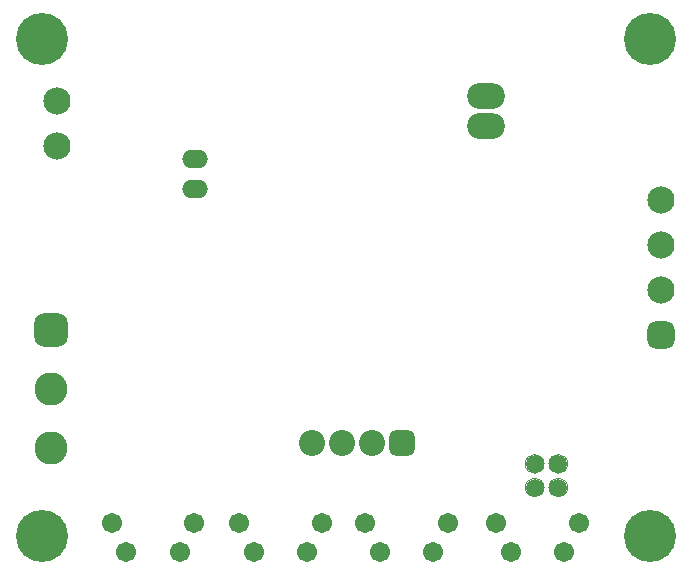
<source format=gbr>
%TF.GenerationSoftware,Altium Limited,Altium Designer,24.6.1 (21)*%
G04 Layer_Color=16711935*
%FSLAX45Y45*%
%MOMM*%
%TF.SameCoordinates,C5CCA8AA-8E71-476F-B662-92032E94D40D*%
%TF.FilePolarity,Negative*%
%TF.FileFunction,Soldermask,Bot*%
%TF.Part,Single*%
G01*
G75*
%TA.AperFunction,ComponentPad*%
%ADD33C,1.50000*%
%TA.AperFunction,NonConductor*%
%ADD51C,0.00000*%
%TA.AperFunction,ComponentPad*%
%ADD70C,1.70320*%
%ADD71C,2.20320*%
G04:AMPARAMS|DCode=72|XSize=2.2032mm|YSize=2.2032mm|CornerRadius=0.6016mm|HoleSize=0mm|Usage=FLASHONLY|Rotation=180.000|XOffset=0mm|YOffset=0mm|HoleType=Round|Shape=RoundedRectangle|*
%AMROUNDEDRECTD72*
21,1,2.20320,1.00000,0,0,180.0*
21,1,1.00000,2.20320,0,0,180.0*
1,1,1.20320,-0.50000,0.50000*
1,1,1.20320,0.50000,0.50000*
1,1,1.20320,0.50000,-0.50000*
1,1,1.20320,-0.50000,-0.50000*
%
%ADD72ROUNDEDRECTD72*%
%ADD73O,2.20320X1.56120*%
%TA.AperFunction,ViaPad*%
%ADD74C,4.40320*%
%TA.AperFunction,ComponentPad*%
%ADD75O,3.20320X2.20320*%
%ADD76C,2.30320*%
%ADD77C,2.80320*%
G04:AMPARAMS|DCode=78|XSize=2.8032mm|YSize=2.8032mm|CornerRadius=0.7516mm|HoleSize=0mm|Usage=FLASHONLY|Rotation=270.000|XOffset=0mm|YOffset=0mm|HoleType=Round|Shape=RoundedRectangle|*
%AMROUNDEDRECTD78*
21,1,2.80320,1.30000,0,0,270.0*
21,1,1.30000,2.80320,0,0,270.0*
1,1,1.50320,-0.65000,-0.65000*
1,1,1.50320,-0.65000,0.65000*
1,1,1.50320,0.65000,0.65000*
1,1,1.50320,0.65000,-0.65000*
%
%ADD78ROUNDEDRECTD78*%
G04:AMPARAMS|DCode=79|XSize=2.3032mm|YSize=2.3032mm|CornerRadius=0.6266mm|HoleSize=0mm|Usage=FLASHONLY|Rotation=90.000|XOffset=0mm|YOffset=0mm|HoleType=Round|Shape=RoundedRectangle|*
%AMROUNDEDRECTD79*
21,1,2.30320,1.05000,0,0,90.0*
21,1,1.05000,2.30320,0,0,90.0*
1,1,1.25320,0.52500,0.52500*
1,1,1.25320,0.52500,-0.52500*
1,1,1.25320,-0.52500,-0.52500*
1,1,1.25320,-0.52500,0.52500*
%
%ADD79ROUNDEDRECTD79*%
D33*
X8383600Y9831400D02*
D03*
Y10031400D02*
D03*
X8583600Y9831400D02*
D03*
Y10031400D02*
D03*
D51*
X8463200Y9831400D02*
G03*
X8463200Y9831400I-79600J0D01*
G01*
Y10031400D02*
G03*
X8463200Y10031400I-79600J0D01*
G01*
X8663200Y9831400D02*
G03*
X8663200Y9831400I-79600J0D01*
G01*
Y10031400D02*
G03*
X8663200Y10031400I-79600J0D01*
G01*
D70*
X4927600Y9283700D02*
D03*
X5377600D02*
D03*
X4802600Y9533700D02*
D03*
X5502600D02*
D03*
X7649500Y9534300D02*
D03*
X6949500D02*
D03*
X7524500Y9284300D02*
D03*
X7074500D02*
D03*
X6582100Y9533700D02*
D03*
X5882100D02*
D03*
X6457100Y9283700D02*
D03*
X6007100D02*
D03*
X8760171Y9533700D02*
D03*
X8060171D02*
D03*
X8635171Y9283700D02*
D03*
X8185171D02*
D03*
D71*
X6502400Y10210800D02*
D03*
X6756400D02*
D03*
X7010400D02*
D03*
D72*
X7264400D02*
D03*
D73*
X5511800Y12611100D02*
D03*
Y12357100D02*
D03*
D74*
X4216400Y9423400D02*
D03*
X9359900D02*
D03*
Y13627100D02*
D03*
X4216400D02*
D03*
D75*
X7975600Y13144501D02*
D03*
Y12894501D02*
D03*
D76*
X4343400Y12725400D02*
D03*
Y13106400D02*
D03*
X9451702Y11506206D02*
D03*
Y11887206D02*
D03*
Y12268206D02*
D03*
D77*
X4292600Y10168000D02*
D03*
Y10668000D02*
D03*
D78*
Y11168000D02*
D03*
D79*
X9451702Y11125206D02*
D03*
%TF.MD5,b10601e3ce59e30dae5568687c634c80*%
M02*

</source>
